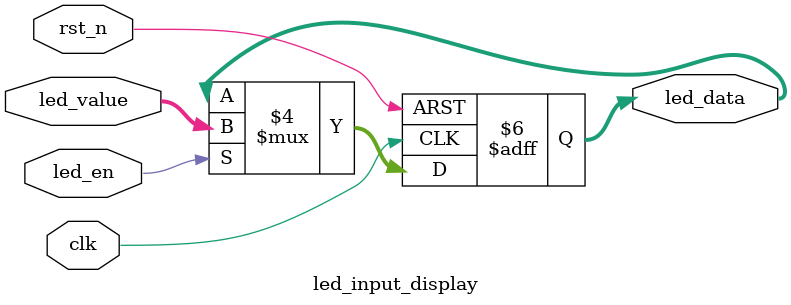
<source format=v>
/*-----------------------------------------------------------------------
								 \\\|///
							   \\  - -  //
								(  @ @  )  
+-----------------------------oOOo-(_)-oOOo-----------------------------+
CONFIDENTIAL IN CONFIDENCE
This confidential and proprietary software may be only used as authorized
by a licensing agreement from CrazyBingo (Thereturnofbingo).
In the event of publication, the following notice is applicable:
Copyright (C) 2012-20xx CrazyBingo Corporation
The entire notice above must be reproduced on all authorized copies.
Author				:		CrazyBingo
Technology blogs 	: 		www.crazyfpga.com
Email Address 		: 		crazyfpga@vip.qq.com
Filename			:		KEY_Scan_Design.v
Date				:		2011-06-25 00:51
Description			:		led data input with enable signal.
Modification History	:
Date			By			Version			Change Description
=========================================================================
11/06/25		CrazyBingo	1.1				Original
13/01/16		CrazyBingo	2.0				Modification
-------------------------------------------------------------------------
|                                     Oooo								|
+-------------------------------oooO--(   )-----------------------------+
                               (   )   ) /
                                \ (   (_/
                                 \_)
-----------------------------------------------------------------------*/
`timescale 1ns/1ns
module led_input_display
#(
	parameter LED_WIDTH = 8
)
(
	//global clock
	input						clk,
	input						rst_n,
	
	//user interface
	input						led_en,
	input		[LED_WIDTH-1:0]	led_value,
	
	//led interface	
	output	reg	[LED_WIDTH-1:0]	led_data
);

//--------------------------------------
always@(posedge clk or negedge rst_n)
begin
	if(!rst_n)
		led_data <= {LED_WIDTH{1'b0}};
	else if(led_en)
		led_data <= led_value;
	else
		led_data <= led_data;
end

endmodule

</source>
